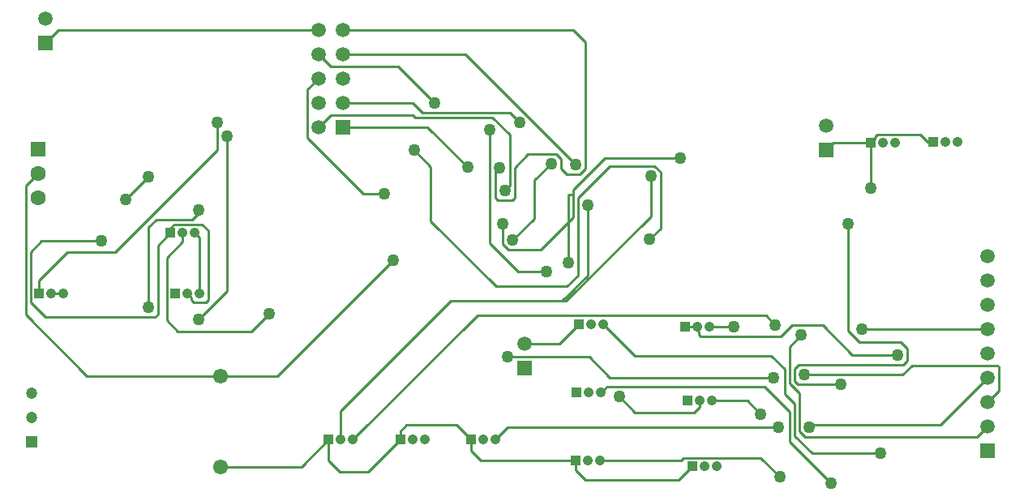
<source format=gbl>
G04*
G04 #@! TF.GenerationSoftware,Altium Limited,Altium Designer,21.1.1 (26)*
G04*
G04 Layer_Physical_Order=2*
G04 Layer_Color=16711680*
%FSLAX25Y25*%
%MOIN*%
G70*
G04*
G04 #@! TF.SameCoordinates,B1EDFFF0-04F4-4B73-9F12-1C7DDB0DF417*
G04*
G04*
G04 #@! TF.FilePolarity,Positive*
G04*
G01*
G75*
%ADD13C,0.01000*%
%ADD36C,0.04134*%
%ADD37R,0.04134X0.04134*%
%ADD38R,0.05906X0.05906*%
%ADD39C,0.05906*%
%ADD40C,0.06102*%
%ADD41C,0.06299*%
%ADD42R,0.06299X0.06299*%
%ADD43R,0.04724X0.04724*%
%ADD44C,0.04724*%
%ADD45C,0.05000*%
D13*
X338000Y181500D02*
X339500D01*
X342500Y225189D02*
Y227189D01*
Y215900D02*
Y225189D01*
X340500Y213900D02*
Y225189D01*
Y197200D02*
Y213900D01*
X342500Y215900D01*
X329100Y202500D02*
X340500Y213900D01*
X449500Y246500D02*
X465000D01*
X446500Y243500D02*
X449500Y246500D01*
X230720Y113220D02*
X242000Y124500D01*
X197500Y113220D02*
X230720D01*
X457300Y159300D02*
X475800D01*
X445100Y171500D02*
X457300Y159300D01*
X432600Y171500D02*
X445100D01*
X428000Y166900D02*
X432600Y171500D01*
X394600Y166900D02*
X428000D01*
X393500Y171000D02*
X394600Y166900D01*
X188500Y217567D02*
Y219000D01*
X186000Y215067D02*
X188500Y217567D01*
X171067Y215067D02*
X186000D01*
X167900Y211900D02*
X171067Y215067D01*
X167900Y179000D02*
Y211900D01*
X117400Y228900D02*
X122500Y234000D01*
X117400Y176000D02*
Y228900D01*
Y176000D02*
X142620Y150780D01*
X197500D01*
X431600Y162785D02*
X436315Y167500D01*
X431600Y147600D02*
Y162785D01*
Y147600D02*
X435600Y143600D01*
Y128000D02*
Y143600D01*
Y128000D02*
X437900Y125700D01*
X508700D01*
X513000Y130000D01*
X439600Y129700D02*
X440530Y130630D01*
X493630D01*
X513000Y150000D01*
X357600Y150100D02*
X425000D01*
X349200Y158500D02*
X357600Y150100D01*
X315500Y158500D02*
X349200D01*
X158650Y223150D02*
X168000Y232500D01*
X188630Y174070D02*
X200300Y185740D01*
Y249400D01*
X374400Y216400D02*
Y232800D01*
X339500Y181500D02*
X374400Y216400D01*
X247000Y136200D02*
X292300Y181500D01*
X247000Y124500D02*
Y136200D01*
X374000Y206900D02*
X378400Y211300D01*
Y234600D01*
X376000Y237000D02*
X378400Y234600D01*
X357500Y237000D02*
X376000D01*
X344500Y224000D02*
X357500Y237000D01*
X344500Y192100D02*
Y224000D01*
X339900Y187500D02*
X344500Y192100D01*
X310800Y187500D02*
X339900D01*
X283900Y214400D02*
X310800Y187500D01*
X283900Y214400D02*
Y236685D01*
X277100Y243485D02*
X283900Y236685D01*
X394500Y138000D02*
Y140500D01*
X392100Y135600D02*
X394500Y138000D01*
X368000Y135600D02*
X392100D01*
X361400Y142200D02*
X368000Y135600D01*
X340500Y225189D02*
X342500D01*
X123000Y184500D02*
Y189800D01*
X134700Y201500D01*
X154100D01*
X196300Y243700D01*
Y254900D01*
X440800Y118800D02*
X469000D01*
X433600Y126000D02*
X440800Y118800D01*
X433600Y126000D02*
Y139200D01*
X429600Y143200D02*
X433600Y139200D01*
X429600Y143200D02*
Y153500D01*
X424000Y159100D02*
X429600Y153500D01*
X367900Y159100D02*
X424000D01*
X355000Y172000D02*
X367900Y159100D01*
X513000Y140000D02*
X517500Y144500D01*
Y154500D01*
X517000Y155000D02*
X517500Y154500D01*
X481800Y155000D02*
X517000D01*
X478000Y151200D02*
X481800Y155000D01*
X437600Y151200D02*
X478000D01*
X316400Y259100D02*
X320400Y255100D01*
X280400Y259100D02*
X316400D01*
X276500Y263000D02*
X280400Y259100D01*
X247815Y263000D02*
X276500D01*
X247815Y293000D02*
X342400D01*
X347600Y287800D01*
Y236000D02*
Y287800D01*
X345300Y233700D02*
X347600Y236000D01*
X339900Y233700D02*
X345300D01*
X337600Y236000D02*
X339900Y233700D01*
X337600Y236000D02*
Y240000D01*
X335600Y242000D02*
X337600Y240000D01*
X324000Y242000D02*
X335600D01*
X318400Y236400D02*
X324000Y242000D01*
X318400Y224000D02*
Y236400D01*
X317400Y223000D02*
X318400Y224000D01*
X311400Y223000D02*
X317400D01*
X310400Y224000D02*
X311400Y223000D01*
X310400Y224000D02*
Y234500D01*
X312300Y236400D01*
X298300Y283000D02*
X343600Y237700D01*
X247815Y283000D02*
X298300D01*
X435000Y147200D02*
X452400D01*
X433600Y148600D02*
X435000Y147200D01*
X433600Y148600D02*
Y153600D01*
X435300Y155300D01*
X478100D01*
X479800Y157000D01*
Y162000D01*
X477100Y164700D02*
X479800Y162000D01*
X460200Y164700D02*
X477100D01*
X455600Y169300D02*
X460200Y164700D01*
X455600Y169300D02*
Y213300D01*
X461130Y170000D02*
X513000D01*
X398500Y171000D02*
X408400D01*
X292300Y181500D02*
X338000D01*
X348500Y192000D01*
Y221100D01*
X355611Y240300D02*
X386700D01*
X342500Y227189D02*
X355611Y240300D01*
X316000Y202500D02*
X329100D01*
X313700Y204800D02*
X316000Y202500D01*
X313700Y204800D02*
Y213300D01*
X320000Y193500D02*
X331500D01*
X308100Y205400D02*
X320000Y193500D01*
X308100Y205400D02*
Y252000D01*
X326605Y231205D02*
X333400Y238000D01*
X326605Y215405D02*
Y231205D01*
X317700Y206500D02*
X326605Y215405D01*
X354000Y144000D02*
X356400Y146400D01*
X421200D01*
X431600Y136000D01*
Y123600D02*
Y136000D01*
Y123600D02*
X448500Y106700D01*
X414300Y140500D02*
X419700Y135100D01*
X399500Y140500D02*
X414300D01*
X237815Y253000D02*
X242815Y258000D01*
X276600D01*
X277500Y257100D01*
X309297D01*
X316400Y249997D01*
Y229000D02*
Y249997D01*
X314400Y227000D02*
X316400Y229000D01*
X233300Y268485D02*
X237815Y273000D01*
X233300Y248500D02*
Y268485D01*
Y248500D02*
X256100Y225700D01*
X264900D01*
X237815Y283000D02*
X242815Y278000D01*
X270600D01*
X285500Y263100D01*
X220980Y150780D02*
X268500Y198300D01*
X197500Y150780D02*
X220980D01*
X282600Y253000D02*
X299100Y236500D01*
X247815Y253000D02*
X282600D01*
X131000Y293000D02*
X237815D01*
X125500Y287500D02*
X131000Y293000D01*
X124000Y206300D02*
X148500D01*
X119400Y201700D02*
X124000Y206300D01*
X119400Y181000D02*
Y201700D01*
Y181000D02*
X125600Y174800D01*
X170700D01*
X171900Y176000D01*
Y204400D01*
X177000Y209500D01*
X189000Y184500D02*
Y207500D01*
X187000Y209500D02*
X189000Y207500D01*
X177000Y209500D02*
Y211667D01*
X178400Y213067D01*
X190000D01*
X192600Y210467D01*
Y182000D02*
Y210467D01*
X191500Y180900D02*
X192600Y182000D01*
X186500Y180900D02*
X191500D01*
X185400Y182000D02*
X186500Y180900D01*
X185400Y182000D02*
Y183100D01*
X184000Y184500D02*
X185400Y183100D01*
X210170Y169000D02*
X217570Y176400D01*
X180000Y169000D02*
X210170D01*
X175400Y173600D02*
X180000Y169000D01*
X175400Y173600D02*
Y199300D01*
X182000Y205900D01*
Y209500D01*
X386000Y108000D02*
X391500Y113500D01*
X347500Y108000D02*
X386000D01*
X343500Y112000D02*
X347500Y108000D01*
X343500Y112000D02*
Y116000D01*
X465000Y227900D02*
Y246500D01*
X322500Y164000D02*
X337000D01*
X345000Y172000D01*
X252000Y124500D02*
X303100Y175600D01*
X421800D01*
X425700Y171700D01*
X300500Y120000D02*
Y124500D01*
Y120000D02*
X304500Y116000D01*
X343500D01*
X315700Y129700D02*
X427000D01*
X310500Y124500D02*
X315700Y129700D01*
X488300Y247000D02*
X490500D01*
X485200Y250100D02*
X488300Y247000D01*
X467500Y250100D02*
X485200D01*
X466400Y249000D02*
X467500Y250100D01*
X466400Y247900D02*
Y249000D01*
X465000Y246500D02*
X466400Y247900D01*
X353500Y116000D02*
X386800D01*
X387900Y117100D01*
X419600D01*
X427500Y109200D01*
X242000Y116000D02*
Y124500D01*
Y116000D02*
X246700Y111300D01*
X258300D01*
X271500Y124500D01*
X294500Y130500D02*
X300500Y124500D01*
X274000Y130500D02*
X294500D01*
X271500Y128000D02*
X274000Y130500D01*
X271500Y124500D02*
Y128000D01*
X128000Y184500D02*
X133000D01*
X388500Y171000D02*
X393500D01*
D36*
X399500Y140500D02*
D03*
X394500D02*
D03*
X348500Y116000D02*
D03*
X353500D02*
D03*
X495500Y247000D02*
D03*
X500500D02*
D03*
X470000Y246500D02*
D03*
X475000D02*
D03*
X350000Y172000D02*
D03*
X355000D02*
D03*
X393500Y171000D02*
D03*
X398500D02*
D03*
X396500Y113500D02*
D03*
X401500D02*
D03*
X305500Y124500D02*
D03*
X310500D02*
D03*
X276500D02*
D03*
X281500D02*
D03*
X247000D02*
D03*
X252000D02*
D03*
X349000Y144000D02*
D03*
X354000D02*
D03*
X182000Y209500D02*
D03*
X187000D02*
D03*
X184000Y184500D02*
D03*
X189000D02*
D03*
X128000D02*
D03*
X133000D02*
D03*
D37*
X389500Y140500D02*
D03*
X343500Y116000D02*
D03*
X490500Y247000D02*
D03*
X465000Y246500D02*
D03*
X345000Y172000D02*
D03*
X388500Y171000D02*
D03*
X391500Y113500D02*
D03*
X300500Y124500D02*
D03*
X271500D02*
D03*
X242000D02*
D03*
X344000Y144000D02*
D03*
X177000Y209500D02*
D03*
X179000Y184500D02*
D03*
X123000D02*
D03*
D38*
X446500Y243500D02*
D03*
X513000Y120000D02*
D03*
X247815Y253000D02*
D03*
X322500Y154000D02*
D03*
X125500Y287500D02*
D03*
D39*
X446500Y253500D02*
D03*
X513000Y140000D02*
D03*
Y150000D02*
D03*
Y160000D02*
D03*
Y170000D02*
D03*
Y180000D02*
D03*
Y190000D02*
D03*
Y200000D02*
D03*
Y130000D02*
D03*
X237815Y293000D02*
D03*
X247815D02*
D03*
X237815Y283000D02*
D03*
X247815D02*
D03*
X237815Y273000D02*
D03*
X247815D02*
D03*
X237815Y263000D02*
D03*
X247815D02*
D03*
X237815Y253000D02*
D03*
X322500Y164000D02*
D03*
X125500Y297500D02*
D03*
D40*
X197500Y113220D02*
D03*
Y150780D02*
D03*
D41*
X122500Y224000D02*
D03*
Y234000D02*
D03*
D42*
Y244000D02*
D03*
D43*
X120000Y123500D02*
D03*
D44*
Y133500D02*
D03*
Y143500D02*
D03*
D45*
X475800Y159300D02*
D03*
X188500Y219000D02*
D03*
X167900Y179000D02*
D03*
X436315Y167500D02*
D03*
X439600Y129700D02*
D03*
X425000Y150100D02*
D03*
X315500Y158500D02*
D03*
X168000Y232500D02*
D03*
X158650Y223150D02*
D03*
X188630Y174070D02*
D03*
X200300Y249400D02*
D03*
X374400Y232800D02*
D03*
X374000Y206900D02*
D03*
X277100Y243485D02*
D03*
X361400Y142200D02*
D03*
X340500Y197200D02*
D03*
X196300Y254900D02*
D03*
X469000Y118800D02*
D03*
X437600Y151200D02*
D03*
X320400Y255100D02*
D03*
X312300Y236400D02*
D03*
X343600Y237700D02*
D03*
X452400Y147200D02*
D03*
X455600Y213300D02*
D03*
X461130Y170000D02*
D03*
X408400Y171000D02*
D03*
X348500Y221100D02*
D03*
X386700Y240300D02*
D03*
X313700Y213300D02*
D03*
X331500Y193500D02*
D03*
X308100Y252000D02*
D03*
X333400Y238000D02*
D03*
X317700Y206500D02*
D03*
X448500Y106700D02*
D03*
X419700Y135100D02*
D03*
X314400Y227000D02*
D03*
X264900Y225700D02*
D03*
X285500Y263100D02*
D03*
X268500Y198300D02*
D03*
X299100Y236500D02*
D03*
X148500Y206300D02*
D03*
X217570Y176400D02*
D03*
X465000Y227900D02*
D03*
X425700Y171700D02*
D03*
X427000Y129700D02*
D03*
X427500Y109200D02*
D03*
M02*

</source>
